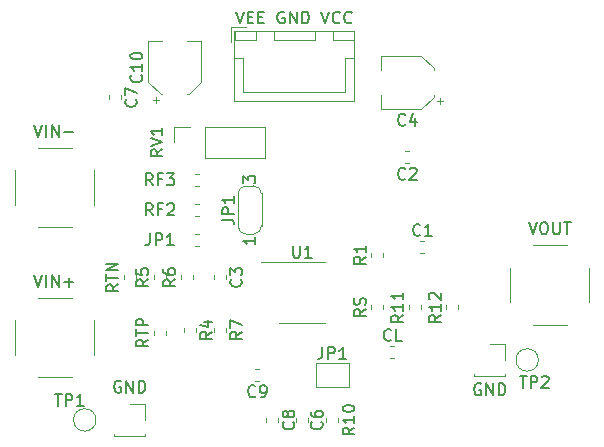
<source format=gbr>
G04 #@! TF.GenerationSoftware,KiCad,Pcbnew,(5.1.2)-2*
G04 #@! TF.CreationDate,2019-07-08T11:26:54+08:00*
G04 #@! TF.ProjectId,eval-board-ADA4817-1,6576616c-2d62-46f6-9172-642d41444134,rev?*
G04 #@! TF.SameCoordinates,Original*
G04 #@! TF.FileFunction,Legend,Top*
G04 #@! TF.FilePolarity,Positive*
%FSLAX46Y46*%
G04 Gerber Fmt 4.6, Leading zero omitted, Abs format (unit mm)*
G04 Created by KiCad (PCBNEW (5.1.2)-2) date 2019-07-08 11:26:54*
%MOMM*%
%LPD*%
G04 APERTURE LIST*
%ADD10C,0.120000*%
%ADD11C,0.150000*%
G04 APERTURE END LIST*
D10*
X146050000Y-125750000D02*
X148000000Y-125750000D01*
X146050000Y-125750000D02*
X144100000Y-125750000D01*
X146050000Y-120630000D02*
X148000000Y-120630000D01*
X146050000Y-120630000D02*
X142600000Y-120630000D01*
X130935000Y-122091267D02*
X130935000Y-121748733D01*
X131955000Y-122091267D02*
X131955000Y-121748733D01*
X131445000Y-132655000D02*
X132775000Y-132655000D01*
X132775000Y-132655000D02*
X132775000Y-133985000D01*
X132775000Y-135195000D02*
X132775000Y-135315000D01*
X130115000Y-135195000D02*
X130115000Y-135315000D01*
X130115000Y-135315000D02*
X132775000Y-135315000D01*
X161925000Y-127575000D02*
X163255000Y-127575000D01*
X163255000Y-127575000D02*
X163255000Y-128905000D01*
X163255000Y-130115000D02*
X163255000Y-130235000D01*
X160595000Y-130115000D02*
X160595000Y-130235000D01*
X160595000Y-130235000D02*
X163255000Y-130235000D01*
X166050000Y-128905000D02*
G75*
G03X166050000Y-128905000I-950000J0D01*
G01*
X128585000Y-133985000D02*
G75*
G03X128585000Y-133985000I-950000J0D01*
G01*
X140315000Y-101045000D02*
X140315000Y-107015000D01*
X140315000Y-107015000D02*
X150435000Y-107015000D01*
X150435000Y-107015000D02*
X150435000Y-101045000D01*
X150435000Y-101045000D02*
X140315000Y-101045000D01*
X143625000Y-101055000D02*
X143625000Y-101805000D01*
X143625000Y-101805000D02*
X147125000Y-101805000D01*
X147125000Y-101805000D02*
X147125000Y-101055000D01*
X147125000Y-101055000D02*
X143625000Y-101055000D01*
X140325000Y-101055000D02*
X140325000Y-101805000D01*
X140325000Y-101805000D02*
X142125000Y-101805000D01*
X142125000Y-101805000D02*
X142125000Y-101055000D01*
X142125000Y-101055000D02*
X140325000Y-101055000D01*
X148625000Y-101055000D02*
X148625000Y-101805000D01*
X148625000Y-101805000D02*
X150425000Y-101805000D01*
X150425000Y-101805000D02*
X150425000Y-101055000D01*
X150425000Y-101055000D02*
X148625000Y-101055000D01*
X140325000Y-103305000D02*
X141075000Y-103305000D01*
X141075000Y-103305000D02*
X141075000Y-106255000D01*
X141075000Y-106255000D02*
X145375000Y-106255000D01*
X150425000Y-103305000D02*
X149675000Y-103305000D01*
X149675000Y-103305000D02*
X149675000Y-106255000D01*
X149675000Y-106255000D02*
X145375000Y-106255000D01*
X141275000Y-100755000D02*
X140025000Y-100755000D01*
X140025000Y-100755000D02*
X140025000Y-102005000D01*
X147190000Y-129175000D02*
X149990000Y-129175000D01*
X149990000Y-129175000D02*
X149990000Y-131175000D01*
X149990000Y-131175000D02*
X147190000Y-131175000D01*
X147190000Y-131175000D02*
X147190000Y-129175000D01*
X156038733Y-118870000D02*
X156381267Y-118870000D01*
X156038733Y-119890000D02*
X156381267Y-119890000D01*
X155111267Y-111250000D02*
X154768733Y-111250000D01*
X155111267Y-112270000D02*
X154768733Y-112270000D01*
X138555000Y-121748733D02*
X138555000Y-122091267D01*
X139575000Y-121748733D02*
X139575000Y-122091267D01*
X157690000Y-107220000D02*
X157690000Y-106720000D01*
X157940000Y-106970000D02*
X157440000Y-106970000D01*
X157200000Y-104214437D02*
X156135563Y-103150000D01*
X157200000Y-106605563D02*
X156135563Y-107670000D01*
X157200000Y-106605563D02*
X157200000Y-106470000D01*
X157200000Y-104214437D02*
X157200000Y-104350000D01*
X156135563Y-103150000D02*
X152680000Y-103150000D01*
X156135563Y-107670000D02*
X152680000Y-107670000D01*
X152680000Y-107670000D02*
X152680000Y-106470000D01*
X152680000Y-103150000D02*
X152680000Y-104350000D01*
X153498733Y-127760000D02*
X153841267Y-127760000D01*
X153498733Y-128780000D02*
X153841267Y-128780000D01*
X146560000Y-134156267D02*
X146560000Y-133813733D01*
X145540000Y-134156267D02*
X145540000Y-133813733D01*
X130685000Y-106508733D02*
X130685000Y-106851267D01*
X129665000Y-106508733D02*
X129665000Y-106851267D01*
X144020000Y-133813733D02*
X144020000Y-134156267D01*
X143000000Y-133813733D02*
X143000000Y-134156267D01*
X142411267Y-129665000D02*
X142068733Y-129665000D01*
X142411267Y-130685000D02*
X142068733Y-130685000D01*
X137515000Y-101880000D02*
X136315000Y-101880000D01*
X132995000Y-101880000D02*
X134195000Y-101880000D01*
X132995000Y-105335563D02*
X132995000Y-101880000D01*
X137515000Y-105335563D02*
X137515000Y-101880000D01*
X136450563Y-106400000D02*
X136315000Y-106400000D01*
X134059437Y-106400000D02*
X134195000Y-106400000D01*
X134059437Y-106400000D02*
X132995000Y-105335563D01*
X136450563Y-106400000D02*
X137515000Y-105335563D01*
X133695000Y-107140000D02*
X133695000Y-106640000D01*
X133445000Y-106890000D02*
X133945000Y-106890000D01*
X121740000Y-112850000D02*
X121740000Y-115750000D01*
X128450000Y-112850000D02*
X128450000Y-115750000D01*
X123645000Y-117655000D02*
X126545000Y-117655000D01*
X123645000Y-110945000D02*
X126545000Y-110945000D01*
X121740000Y-125550000D02*
X121740000Y-128450000D01*
X128450000Y-125550000D02*
X128450000Y-128450000D01*
X123645000Y-130355000D02*
X126545000Y-130355000D01*
X123645000Y-123645000D02*
X126545000Y-123645000D01*
X165555000Y-119200000D02*
X168455000Y-119200000D01*
X165555000Y-125910000D02*
X168455000Y-125910000D01*
X170360000Y-121105000D02*
X170360000Y-124005000D01*
X163650000Y-121105000D02*
X163650000Y-124005000D01*
X141905000Y-118255000D02*
X141305000Y-118255000D01*
X142605000Y-114805000D02*
X142605000Y-117605000D01*
X141305000Y-114155000D02*
X141905000Y-114155000D01*
X140605000Y-117605000D02*
X140605000Y-114805000D01*
X140605000Y-114855000D02*
G75*
G02X141305000Y-114155000I700000J0D01*
G01*
X141905000Y-114155000D02*
G75*
G02X142605000Y-114855000I0J-700000D01*
G01*
X142605000Y-117555000D02*
G75*
G02X141905000Y-118255000I-700000J0D01*
G01*
X141305000Y-118255000D02*
G75*
G02X140605000Y-117555000I0J700000D01*
G01*
X152910000Y-120186267D02*
X152910000Y-119843733D01*
X151890000Y-120186267D02*
X151890000Y-119843733D01*
X134495000Y-126776267D02*
X134495000Y-126433733D01*
X133475000Y-126776267D02*
X133475000Y-126433733D01*
X137035000Y-126193733D02*
X137035000Y-126536267D01*
X136015000Y-126193733D02*
X136015000Y-126536267D01*
X133475000Y-122091267D02*
X133475000Y-121748733D01*
X134495000Y-122091267D02*
X134495000Y-121748733D01*
X136781000Y-122091267D02*
X136781000Y-121748733D01*
X135761000Y-122091267D02*
X135761000Y-121748733D01*
X139575000Y-126193733D02*
X139575000Y-126536267D01*
X138555000Y-126193733D02*
X138555000Y-126536267D01*
X151890000Y-124631267D02*
X151890000Y-124288733D01*
X152910000Y-124631267D02*
X152910000Y-124288733D01*
X148080000Y-133813733D02*
X148080000Y-134156267D01*
X149100000Y-133813733D02*
X149100000Y-134156267D01*
X156085000Y-124631267D02*
X156085000Y-124288733D01*
X155065000Y-124631267D02*
X155065000Y-124288733D01*
X158240000Y-124631267D02*
X158240000Y-124288733D01*
X159260000Y-124631267D02*
X159260000Y-124288733D01*
X136988733Y-119255000D02*
X137331267Y-119255000D01*
X136988733Y-118235000D02*
X137331267Y-118235000D01*
X136988733Y-115695000D02*
X137331267Y-115695000D01*
X136988733Y-116715000D02*
X137331267Y-116715000D01*
X137331267Y-113155000D02*
X136988733Y-113155000D01*
X137331267Y-114175000D02*
X136988733Y-114175000D01*
X137795000Y-111820000D02*
X137795000Y-109160000D01*
X137795000Y-111820000D02*
X142935000Y-111820000D01*
X142935000Y-111820000D02*
X142935000Y-109160000D01*
X137795000Y-109160000D02*
X142935000Y-109160000D01*
X135195000Y-109160000D02*
X136525000Y-109160000D01*
X135195000Y-110490000D02*
X135195000Y-109160000D01*
D11*
X145288095Y-119242380D02*
X145288095Y-120051904D01*
X145335714Y-120147142D01*
X145383333Y-120194761D01*
X145478571Y-120242380D01*
X145669047Y-120242380D01*
X145764285Y-120194761D01*
X145811904Y-120147142D01*
X145859523Y-120051904D01*
X145859523Y-119242380D01*
X146859523Y-120242380D02*
X146288095Y-120242380D01*
X146573809Y-120242380D02*
X146573809Y-119242380D01*
X146478571Y-119385238D01*
X146383333Y-119480476D01*
X146288095Y-119528095D01*
X130467380Y-122515238D02*
X129991190Y-122848571D01*
X130467380Y-123086666D02*
X129467380Y-123086666D01*
X129467380Y-122705714D01*
X129515000Y-122610476D01*
X129562619Y-122562857D01*
X129657857Y-122515238D01*
X129800714Y-122515238D01*
X129895952Y-122562857D01*
X129943571Y-122610476D01*
X129991190Y-122705714D01*
X129991190Y-123086666D01*
X129467380Y-122229523D02*
X129467380Y-121658095D01*
X130467380Y-121943809D02*
X129467380Y-121943809D01*
X130467380Y-121324761D02*
X129467380Y-121324761D01*
X130467380Y-120753333D01*
X129467380Y-120753333D01*
X130683095Y-130715000D02*
X130587857Y-130667380D01*
X130445000Y-130667380D01*
X130302142Y-130715000D01*
X130206904Y-130810238D01*
X130159285Y-130905476D01*
X130111666Y-131095952D01*
X130111666Y-131238809D01*
X130159285Y-131429285D01*
X130206904Y-131524523D01*
X130302142Y-131619761D01*
X130445000Y-131667380D01*
X130540238Y-131667380D01*
X130683095Y-131619761D01*
X130730714Y-131572142D01*
X130730714Y-131238809D01*
X130540238Y-131238809D01*
X131159285Y-131667380D02*
X131159285Y-130667380D01*
X131730714Y-131667380D01*
X131730714Y-130667380D01*
X132206904Y-131667380D02*
X132206904Y-130667380D01*
X132445000Y-130667380D01*
X132587857Y-130715000D01*
X132683095Y-130810238D01*
X132730714Y-130905476D01*
X132778333Y-131095952D01*
X132778333Y-131238809D01*
X132730714Y-131429285D01*
X132683095Y-131524523D01*
X132587857Y-131619761D01*
X132445000Y-131667380D01*
X132206904Y-131667380D01*
X161163095Y-130945000D02*
X161067857Y-130897380D01*
X160925000Y-130897380D01*
X160782142Y-130945000D01*
X160686904Y-131040238D01*
X160639285Y-131135476D01*
X160591666Y-131325952D01*
X160591666Y-131468809D01*
X160639285Y-131659285D01*
X160686904Y-131754523D01*
X160782142Y-131849761D01*
X160925000Y-131897380D01*
X161020238Y-131897380D01*
X161163095Y-131849761D01*
X161210714Y-131802142D01*
X161210714Y-131468809D01*
X161020238Y-131468809D01*
X161639285Y-131897380D02*
X161639285Y-130897380D01*
X162210714Y-131897380D01*
X162210714Y-130897380D01*
X162686904Y-131897380D02*
X162686904Y-130897380D01*
X162925000Y-130897380D01*
X163067857Y-130945000D01*
X163163095Y-131040238D01*
X163210714Y-131135476D01*
X163258333Y-131325952D01*
X163258333Y-131468809D01*
X163210714Y-131659285D01*
X163163095Y-131754523D01*
X163067857Y-131849761D01*
X162925000Y-131897380D01*
X162686904Y-131897380D01*
X164473095Y-130262380D02*
X165044523Y-130262380D01*
X164758809Y-131262380D02*
X164758809Y-130262380D01*
X165377857Y-131262380D02*
X165377857Y-130262380D01*
X165758809Y-130262380D01*
X165854047Y-130310000D01*
X165901666Y-130357619D01*
X165949285Y-130452857D01*
X165949285Y-130595714D01*
X165901666Y-130690952D01*
X165854047Y-130738571D01*
X165758809Y-130786190D01*
X165377857Y-130786190D01*
X166330238Y-130357619D02*
X166377857Y-130310000D01*
X166473095Y-130262380D01*
X166711190Y-130262380D01*
X166806428Y-130310000D01*
X166854047Y-130357619D01*
X166901666Y-130452857D01*
X166901666Y-130548095D01*
X166854047Y-130690952D01*
X166282619Y-131262380D01*
X166901666Y-131262380D01*
X125103095Y-131789380D02*
X125674523Y-131789380D01*
X125388809Y-132789380D02*
X125388809Y-131789380D01*
X126007857Y-132789380D02*
X126007857Y-131789380D01*
X126388809Y-131789380D01*
X126484047Y-131837000D01*
X126531666Y-131884619D01*
X126579285Y-131979857D01*
X126579285Y-132122714D01*
X126531666Y-132217952D01*
X126484047Y-132265571D01*
X126388809Y-132313190D01*
X126007857Y-132313190D01*
X127531666Y-132789380D02*
X126960238Y-132789380D01*
X127245952Y-132789380D02*
X127245952Y-131789380D01*
X127150714Y-131932238D01*
X127055476Y-132027476D01*
X126960238Y-132075095D01*
X140422619Y-99407380D02*
X140755952Y-100407380D01*
X141089285Y-99407380D01*
X141422619Y-99883571D02*
X141755952Y-99883571D01*
X141898809Y-100407380D02*
X141422619Y-100407380D01*
X141422619Y-99407380D01*
X141898809Y-99407380D01*
X142327380Y-99883571D02*
X142660714Y-99883571D01*
X142803571Y-100407380D02*
X142327380Y-100407380D01*
X142327380Y-99407380D01*
X142803571Y-99407380D01*
X144517857Y-99455000D02*
X144422619Y-99407380D01*
X144279761Y-99407380D01*
X144136904Y-99455000D01*
X144041666Y-99550238D01*
X143994047Y-99645476D01*
X143946428Y-99835952D01*
X143946428Y-99978809D01*
X143994047Y-100169285D01*
X144041666Y-100264523D01*
X144136904Y-100359761D01*
X144279761Y-100407380D01*
X144375000Y-100407380D01*
X144517857Y-100359761D01*
X144565476Y-100312142D01*
X144565476Y-99978809D01*
X144375000Y-99978809D01*
X144994047Y-100407380D02*
X144994047Y-99407380D01*
X145565476Y-100407380D01*
X145565476Y-99407380D01*
X146041666Y-100407380D02*
X146041666Y-99407380D01*
X146279761Y-99407380D01*
X146422619Y-99455000D01*
X146517857Y-99550238D01*
X146565476Y-99645476D01*
X146613095Y-99835952D01*
X146613095Y-99978809D01*
X146565476Y-100169285D01*
X146517857Y-100264523D01*
X146422619Y-100359761D01*
X146279761Y-100407380D01*
X146041666Y-100407380D01*
X147660714Y-99407380D02*
X147994047Y-100407380D01*
X148327380Y-99407380D01*
X149232142Y-100312142D02*
X149184523Y-100359761D01*
X149041666Y-100407380D01*
X148946428Y-100407380D01*
X148803571Y-100359761D01*
X148708333Y-100264523D01*
X148660714Y-100169285D01*
X148613095Y-99978809D01*
X148613095Y-99835952D01*
X148660714Y-99645476D01*
X148708333Y-99550238D01*
X148803571Y-99455000D01*
X148946428Y-99407380D01*
X149041666Y-99407380D01*
X149184523Y-99455000D01*
X149232142Y-99502619D01*
X150232142Y-100312142D02*
X150184523Y-100359761D01*
X150041666Y-100407380D01*
X149946428Y-100407380D01*
X149803571Y-100359761D01*
X149708333Y-100264523D01*
X149660714Y-100169285D01*
X149613095Y-99978809D01*
X149613095Y-99835952D01*
X149660714Y-99645476D01*
X149708333Y-99550238D01*
X149803571Y-99455000D01*
X149946428Y-99407380D01*
X150041666Y-99407380D01*
X150184523Y-99455000D01*
X150232142Y-99502619D01*
X147756666Y-127827380D02*
X147756666Y-128541666D01*
X147709047Y-128684523D01*
X147613809Y-128779761D01*
X147470952Y-128827380D01*
X147375714Y-128827380D01*
X148232857Y-128827380D02*
X148232857Y-127827380D01*
X148613809Y-127827380D01*
X148709047Y-127875000D01*
X148756666Y-127922619D01*
X148804285Y-128017857D01*
X148804285Y-128160714D01*
X148756666Y-128255952D01*
X148709047Y-128303571D01*
X148613809Y-128351190D01*
X148232857Y-128351190D01*
X149756666Y-128827380D02*
X149185238Y-128827380D01*
X149470952Y-128827380D02*
X149470952Y-127827380D01*
X149375714Y-127970238D01*
X149280476Y-128065476D01*
X149185238Y-128113095D01*
X156043333Y-118307142D02*
X155995714Y-118354761D01*
X155852857Y-118402380D01*
X155757619Y-118402380D01*
X155614761Y-118354761D01*
X155519523Y-118259523D01*
X155471904Y-118164285D01*
X155424285Y-117973809D01*
X155424285Y-117830952D01*
X155471904Y-117640476D01*
X155519523Y-117545238D01*
X155614761Y-117450000D01*
X155757619Y-117402380D01*
X155852857Y-117402380D01*
X155995714Y-117450000D01*
X156043333Y-117497619D01*
X156995714Y-118402380D02*
X156424285Y-118402380D01*
X156710000Y-118402380D02*
X156710000Y-117402380D01*
X156614761Y-117545238D01*
X156519523Y-117640476D01*
X156424285Y-117688095D01*
X154773333Y-113547142D02*
X154725714Y-113594761D01*
X154582857Y-113642380D01*
X154487619Y-113642380D01*
X154344761Y-113594761D01*
X154249523Y-113499523D01*
X154201904Y-113404285D01*
X154154285Y-113213809D01*
X154154285Y-113070952D01*
X154201904Y-112880476D01*
X154249523Y-112785238D01*
X154344761Y-112690000D01*
X154487619Y-112642380D01*
X154582857Y-112642380D01*
X154725714Y-112690000D01*
X154773333Y-112737619D01*
X155154285Y-112737619D02*
X155201904Y-112690000D01*
X155297142Y-112642380D01*
X155535238Y-112642380D01*
X155630476Y-112690000D01*
X155678095Y-112737619D01*
X155725714Y-112832857D01*
X155725714Y-112928095D01*
X155678095Y-113070952D01*
X155106666Y-113642380D01*
X155725714Y-113642380D01*
X140852142Y-122086666D02*
X140899761Y-122134285D01*
X140947380Y-122277142D01*
X140947380Y-122372380D01*
X140899761Y-122515238D01*
X140804523Y-122610476D01*
X140709285Y-122658095D01*
X140518809Y-122705714D01*
X140375952Y-122705714D01*
X140185476Y-122658095D01*
X140090238Y-122610476D01*
X139995000Y-122515238D01*
X139947380Y-122372380D01*
X139947380Y-122277142D01*
X139995000Y-122134285D01*
X140042619Y-122086666D01*
X139947380Y-121753333D02*
X139947380Y-121134285D01*
X140328333Y-121467619D01*
X140328333Y-121324761D01*
X140375952Y-121229523D01*
X140423571Y-121181904D01*
X140518809Y-121134285D01*
X140756904Y-121134285D01*
X140852142Y-121181904D01*
X140899761Y-121229523D01*
X140947380Y-121324761D01*
X140947380Y-121610476D01*
X140899761Y-121705714D01*
X140852142Y-121753333D01*
X154773333Y-108967142D02*
X154725714Y-109014761D01*
X154582857Y-109062380D01*
X154487619Y-109062380D01*
X154344761Y-109014761D01*
X154249523Y-108919523D01*
X154201904Y-108824285D01*
X154154285Y-108633809D01*
X154154285Y-108490952D01*
X154201904Y-108300476D01*
X154249523Y-108205238D01*
X154344761Y-108110000D01*
X154487619Y-108062380D01*
X154582857Y-108062380D01*
X154725714Y-108110000D01*
X154773333Y-108157619D01*
X155630476Y-108395714D02*
X155630476Y-109062380D01*
X155392380Y-108014761D02*
X155154285Y-108729047D01*
X155773333Y-108729047D01*
X153574761Y-127197142D02*
X153527142Y-127244761D01*
X153384285Y-127292380D01*
X153289047Y-127292380D01*
X153146190Y-127244761D01*
X153050952Y-127149523D01*
X153003333Y-127054285D01*
X152955714Y-126863809D01*
X152955714Y-126720952D01*
X153003333Y-126530476D01*
X153050952Y-126435238D01*
X153146190Y-126340000D01*
X153289047Y-126292380D01*
X153384285Y-126292380D01*
X153527142Y-126340000D01*
X153574761Y-126387619D01*
X154479523Y-127292380D02*
X154003333Y-127292380D01*
X154003333Y-126292380D01*
X147677142Y-134151666D02*
X147724761Y-134199285D01*
X147772380Y-134342142D01*
X147772380Y-134437380D01*
X147724761Y-134580238D01*
X147629523Y-134675476D01*
X147534285Y-134723095D01*
X147343809Y-134770714D01*
X147200952Y-134770714D01*
X147010476Y-134723095D01*
X146915238Y-134675476D01*
X146820000Y-134580238D01*
X146772380Y-134437380D01*
X146772380Y-134342142D01*
X146820000Y-134199285D01*
X146867619Y-134151666D01*
X146772380Y-133294523D02*
X146772380Y-133485000D01*
X146820000Y-133580238D01*
X146867619Y-133627857D01*
X147010476Y-133723095D01*
X147200952Y-133770714D01*
X147581904Y-133770714D01*
X147677142Y-133723095D01*
X147724761Y-133675476D01*
X147772380Y-133580238D01*
X147772380Y-133389761D01*
X147724761Y-133294523D01*
X147677142Y-133246904D01*
X147581904Y-133199285D01*
X147343809Y-133199285D01*
X147248571Y-133246904D01*
X147200952Y-133294523D01*
X147153333Y-133389761D01*
X147153333Y-133580238D01*
X147200952Y-133675476D01*
X147248571Y-133723095D01*
X147343809Y-133770714D01*
X131962142Y-106846666D02*
X132009761Y-106894285D01*
X132057380Y-107037142D01*
X132057380Y-107132380D01*
X132009761Y-107275238D01*
X131914523Y-107370476D01*
X131819285Y-107418095D01*
X131628809Y-107465714D01*
X131485952Y-107465714D01*
X131295476Y-107418095D01*
X131200238Y-107370476D01*
X131105000Y-107275238D01*
X131057380Y-107132380D01*
X131057380Y-107037142D01*
X131105000Y-106894285D01*
X131152619Y-106846666D01*
X131057380Y-106513333D02*
X131057380Y-105846666D01*
X132057380Y-106275238D01*
X145297142Y-134151666D02*
X145344761Y-134199285D01*
X145392380Y-134342142D01*
X145392380Y-134437380D01*
X145344761Y-134580238D01*
X145249523Y-134675476D01*
X145154285Y-134723095D01*
X144963809Y-134770714D01*
X144820952Y-134770714D01*
X144630476Y-134723095D01*
X144535238Y-134675476D01*
X144440000Y-134580238D01*
X144392380Y-134437380D01*
X144392380Y-134342142D01*
X144440000Y-134199285D01*
X144487619Y-134151666D01*
X144820952Y-133580238D02*
X144773333Y-133675476D01*
X144725714Y-133723095D01*
X144630476Y-133770714D01*
X144582857Y-133770714D01*
X144487619Y-133723095D01*
X144440000Y-133675476D01*
X144392380Y-133580238D01*
X144392380Y-133389761D01*
X144440000Y-133294523D01*
X144487619Y-133246904D01*
X144582857Y-133199285D01*
X144630476Y-133199285D01*
X144725714Y-133246904D01*
X144773333Y-133294523D01*
X144820952Y-133389761D01*
X144820952Y-133580238D01*
X144868571Y-133675476D01*
X144916190Y-133723095D01*
X145011428Y-133770714D01*
X145201904Y-133770714D01*
X145297142Y-133723095D01*
X145344761Y-133675476D01*
X145392380Y-133580238D01*
X145392380Y-133389761D01*
X145344761Y-133294523D01*
X145297142Y-133246904D01*
X145201904Y-133199285D01*
X145011428Y-133199285D01*
X144916190Y-133246904D01*
X144868571Y-133294523D01*
X144820952Y-133389761D01*
X142073333Y-131962142D02*
X142025714Y-132009761D01*
X141882857Y-132057380D01*
X141787619Y-132057380D01*
X141644761Y-132009761D01*
X141549523Y-131914523D01*
X141501904Y-131819285D01*
X141454285Y-131628809D01*
X141454285Y-131485952D01*
X141501904Y-131295476D01*
X141549523Y-131200238D01*
X141644761Y-131105000D01*
X141787619Y-131057380D01*
X141882857Y-131057380D01*
X142025714Y-131105000D01*
X142073333Y-131152619D01*
X142549523Y-132057380D02*
X142740000Y-132057380D01*
X142835238Y-132009761D01*
X142882857Y-131962142D01*
X142978095Y-131819285D01*
X143025714Y-131628809D01*
X143025714Y-131247857D01*
X142978095Y-131152619D01*
X142930476Y-131105000D01*
X142835238Y-131057380D01*
X142644761Y-131057380D01*
X142549523Y-131105000D01*
X142501904Y-131152619D01*
X142454285Y-131247857D01*
X142454285Y-131485952D01*
X142501904Y-131581190D01*
X142549523Y-131628809D01*
X142644761Y-131676428D01*
X142835238Y-131676428D01*
X142930476Y-131628809D01*
X142978095Y-131581190D01*
X143025714Y-131485952D01*
X132412142Y-104782857D02*
X132459761Y-104830476D01*
X132507380Y-104973333D01*
X132507380Y-105068571D01*
X132459761Y-105211428D01*
X132364523Y-105306666D01*
X132269285Y-105354285D01*
X132078809Y-105401904D01*
X131935952Y-105401904D01*
X131745476Y-105354285D01*
X131650238Y-105306666D01*
X131555000Y-105211428D01*
X131507380Y-105068571D01*
X131507380Y-104973333D01*
X131555000Y-104830476D01*
X131602619Y-104782857D01*
X132507380Y-103830476D02*
X132507380Y-104401904D01*
X132507380Y-104116190D02*
X131507380Y-104116190D01*
X131650238Y-104211428D01*
X131745476Y-104306666D01*
X131793095Y-104401904D01*
X131507380Y-103211428D02*
X131507380Y-103116190D01*
X131555000Y-103020952D01*
X131602619Y-102973333D01*
X131697857Y-102925714D01*
X131888333Y-102878095D01*
X132126428Y-102878095D01*
X132316904Y-102925714D01*
X132412142Y-102973333D01*
X132459761Y-103020952D01*
X132507380Y-103116190D01*
X132507380Y-103211428D01*
X132459761Y-103306666D01*
X132412142Y-103354285D01*
X132316904Y-103401904D01*
X132126428Y-103449523D01*
X131888333Y-103449523D01*
X131697857Y-103401904D01*
X131602619Y-103354285D01*
X131555000Y-103306666D01*
X131507380Y-103211428D01*
X123380714Y-109002380D02*
X123714047Y-110002380D01*
X124047380Y-109002380D01*
X124380714Y-110002380D02*
X124380714Y-109002380D01*
X124856904Y-110002380D02*
X124856904Y-109002380D01*
X125428333Y-110002380D01*
X125428333Y-109002380D01*
X125904523Y-109621428D02*
X126666428Y-109621428D01*
X123380714Y-121702380D02*
X123714047Y-122702380D01*
X124047380Y-121702380D01*
X124380714Y-122702380D02*
X124380714Y-121702380D01*
X124856904Y-122702380D02*
X124856904Y-121702380D01*
X125428333Y-122702380D01*
X125428333Y-121702380D01*
X125904523Y-122321428D02*
X126666428Y-122321428D01*
X126285476Y-122702380D02*
X126285476Y-121940476D01*
X165243095Y-117257380D02*
X165576428Y-118257380D01*
X165909761Y-117257380D01*
X166433571Y-117257380D02*
X166624047Y-117257380D01*
X166719285Y-117305000D01*
X166814523Y-117400238D01*
X166862142Y-117590714D01*
X166862142Y-117924047D01*
X166814523Y-118114523D01*
X166719285Y-118209761D01*
X166624047Y-118257380D01*
X166433571Y-118257380D01*
X166338333Y-118209761D01*
X166243095Y-118114523D01*
X166195476Y-117924047D01*
X166195476Y-117590714D01*
X166243095Y-117400238D01*
X166338333Y-117305000D01*
X166433571Y-117257380D01*
X167290714Y-117257380D02*
X167290714Y-118066904D01*
X167338333Y-118162142D01*
X167385952Y-118209761D01*
X167481190Y-118257380D01*
X167671666Y-118257380D01*
X167766904Y-118209761D01*
X167814523Y-118162142D01*
X167862142Y-118066904D01*
X167862142Y-117257380D01*
X168195476Y-117257380D02*
X168766904Y-117257380D01*
X168481190Y-118257380D02*
X168481190Y-117257380D01*
X139257380Y-117038333D02*
X139971666Y-117038333D01*
X140114523Y-117085952D01*
X140209761Y-117181190D01*
X140257380Y-117324047D01*
X140257380Y-117419285D01*
X140257380Y-116562142D02*
X139257380Y-116562142D01*
X139257380Y-116181190D01*
X139305000Y-116085952D01*
X139352619Y-116038333D01*
X139447857Y-115990714D01*
X139590714Y-115990714D01*
X139685952Y-116038333D01*
X139733571Y-116085952D01*
X139781190Y-116181190D01*
X139781190Y-116562142D01*
X140257380Y-115038333D02*
X140257380Y-115609761D01*
X140257380Y-115324047D02*
X139257380Y-115324047D01*
X139400238Y-115419285D01*
X139495476Y-115514523D01*
X139543095Y-115609761D01*
X141057380Y-113938333D02*
X141057380Y-113319285D01*
X141438333Y-113652619D01*
X141438333Y-113509761D01*
X141485952Y-113414523D01*
X141533571Y-113366904D01*
X141628809Y-113319285D01*
X141866904Y-113319285D01*
X141962142Y-113366904D01*
X142009761Y-113414523D01*
X142057380Y-113509761D01*
X142057380Y-113795476D01*
X142009761Y-113890714D01*
X141962142Y-113938333D01*
X142057380Y-118519285D02*
X142057380Y-119090714D01*
X142057380Y-118805000D02*
X141057380Y-118805000D01*
X141200238Y-118900238D01*
X141295476Y-118995476D01*
X141343095Y-119090714D01*
X151422380Y-120181666D02*
X150946190Y-120515000D01*
X151422380Y-120753095D02*
X150422380Y-120753095D01*
X150422380Y-120372142D01*
X150470000Y-120276904D01*
X150517619Y-120229285D01*
X150612857Y-120181666D01*
X150755714Y-120181666D01*
X150850952Y-120229285D01*
X150898571Y-120276904D01*
X150946190Y-120372142D01*
X150946190Y-120753095D01*
X151422380Y-119229285D02*
X151422380Y-119800714D01*
X151422380Y-119515000D02*
X150422380Y-119515000D01*
X150565238Y-119610238D01*
X150660476Y-119705476D01*
X150708095Y-119800714D01*
X133007380Y-127176428D02*
X132531190Y-127509761D01*
X133007380Y-127747857D02*
X132007380Y-127747857D01*
X132007380Y-127366904D01*
X132055000Y-127271666D01*
X132102619Y-127224047D01*
X132197857Y-127176428D01*
X132340714Y-127176428D01*
X132435952Y-127224047D01*
X132483571Y-127271666D01*
X132531190Y-127366904D01*
X132531190Y-127747857D01*
X132007380Y-126890714D02*
X132007380Y-126319285D01*
X133007380Y-126605000D02*
X132007380Y-126605000D01*
X133007380Y-125985952D02*
X132007380Y-125985952D01*
X132007380Y-125605000D01*
X132055000Y-125509761D01*
X132102619Y-125462142D01*
X132197857Y-125414523D01*
X132340714Y-125414523D01*
X132435952Y-125462142D01*
X132483571Y-125509761D01*
X132531190Y-125605000D01*
X132531190Y-125985952D01*
X138407380Y-126531666D02*
X137931190Y-126865000D01*
X138407380Y-127103095D02*
X137407380Y-127103095D01*
X137407380Y-126722142D01*
X137455000Y-126626904D01*
X137502619Y-126579285D01*
X137597857Y-126531666D01*
X137740714Y-126531666D01*
X137835952Y-126579285D01*
X137883571Y-126626904D01*
X137931190Y-126722142D01*
X137931190Y-127103095D01*
X137740714Y-125674523D02*
X138407380Y-125674523D01*
X137359761Y-125912619D02*
X138074047Y-126150714D01*
X138074047Y-125531666D01*
X133007380Y-122086666D02*
X132531190Y-122420000D01*
X133007380Y-122658095D02*
X132007380Y-122658095D01*
X132007380Y-122277142D01*
X132055000Y-122181904D01*
X132102619Y-122134285D01*
X132197857Y-122086666D01*
X132340714Y-122086666D01*
X132435952Y-122134285D01*
X132483571Y-122181904D01*
X132531190Y-122277142D01*
X132531190Y-122658095D01*
X132007380Y-121181904D02*
X132007380Y-121658095D01*
X132483571Y-121705714D01*
X132435952Y-121658095D01*
X132388333Y-121562857D01*
X132388333Y-121324761D01*
X132435952Y-121229523D01*
X132483571Y-121181904D01*
X132578809Y-121134285D01*
X132816904Y-121134285D01*
X132912142Y-121181904D01*
X132959761Y-121229523D01*
X133007380Y-121324761D01*
X133007380Y-121562857D01*
X132959761Y-121658095D01*
X132912142Y-121705714D01*
X135293380Y-122086666D02*
X134817190Y-122420000D01*
X135293380Y-122658095D02*
X134293380Y-122658095D01*
X134293380Y-122277142D01*
X134341000Y-122181904D01*
X134388619Y-122134285D01*
X134483857Y-122086666D01*
X134626714Y-122086666D01*
X134721952Y-122134285D01*
X134769571Y-122181904D01*
X134817190Y-122277142D01*
X134817190Y-122658095D01*
X134293380Y-121229523D02*
X134293380Y-121420000D01*
X134341000Y-121515238D01*
X134388619Y-121562857D01*
X134531476Y-121658095D01*
X134721952Y-121705714D01*
X135102904Y-121705714D01*
X135198142Y-121658095D01*
X135245761Y-121610476D01*
X135293380Y-121515238D01*
X135293380Y-121324761D01*
X135245761Y-121229523D01*
X135198142Y-121181904D01*
X135102904Y-121134285D01*
X134864809Y-121134285D01*
X134769571Y-121181904D01*
X134721952Y-121229523D01*
X134674333Y-121324761D01*
X134674333Y-121515238D01*
X134721952Y-121610476D01*
X134769571Y-121658095D01*
X134864809Y-121705714D01*
X140947380Y-126531666D02*
X140471190Y-126865000D01*
X140947380Y-127103095D02*
X139947380Y-127103095D01*
X139947380Y-126722142D01*
X139995000Y-126626904D01*
X140042619Y-126579285D01*
X140137857Y-126531666D01*
X140280714Y-126531666D01*
X140375952Y-126579285D01*
X140423571Y-126626904D01*
X140471190Y-126722142D01*
X140471190Y-127103095D01*
X139947380Y-126198333D02*
X139947380Y-125531666D01*
X140947380Y-125960238D01*
X151422380Y-124626666D02*
X150946190Y-124960000D01*
X151422380Y-125198095D02*
X150422380Y-125198095D01*
X150422380Y-124817142D01*
X150470000Y-124721904D01*
X150517619Y-124674285D01*
X150612857Y-124626666D01*
X150755714Y-124626666D01*
X150850952Y-124674285D01*
X150898571Y-124721904D01*
X150946190Y-124817142D01*
X150946190Y-125198095D01*
X151374761Y-124245714D02*
X151422380Y-124102857D01*
X151422380Y-123864761D01*
X151374761Y-123769523D01*
X151327142Y-123721904D01*
X151231904Y-123674285D01*
X151136666Y-123674285D01*
X151041428Y-123721904D01*
X150993809Y-123769523D01*
X150946190Y-123864761D01*
X150898571Y-124055238D01*
X150850952Y-124150476D01*
X150803333Y-124198095D01*
X150708095Y-124245714D01*
X150612857Y-124245714D01*
X150517619Y-124198095D01*
X150470000Y-124150476D01*
X150422380Y-124055238D01*
X150422380Y-123817142D01*
X150470000Y-123674285D01*
X150472380Y-134627857D02*
X149996190Y-134961190D01*
X150472380Y-135199285D02*
X149472380Y-135199285D01*
X149472380Y-134818333D01*
X149520000Y-134723095D01*
X149567619Y-134675476D01*
X149662857Y-134627857D01*
X149805714Y-134627857D01*
X149900952Y-134675476D01*
X149948571Y-134723095D01*
X149996190Y-134818333D01*
X149996190Y-135199285D01*
X150472380Y-133675476D02*
X150472380Y-134246904D01*
X150472380Y-133961190D02*
X149472380Y-133961190D01*
X149615238Y-134056428D01*
X149710476Y-134151666D01*
X149758095Y-134246904D01*
X149472380Y-133056428D02*
X149472380Y-132961190D01*
X149520000Y-132865952D01*
X149567619Y-132818333D01*
X149662857Y-132770714D01*
X149853333Y-132723095D01*
X150091428Y-132723095D01*
X150281904Y-132770714D01*
X150377142Y-132818333D01*
X150424761Y-132865952D01*
X150472380Y-132961190D01*
X150472380Y-133056428D01*
X150424761Y-133151666D01*
X150377142Y-133199285D01*
X150281904Y-133246904D01*
X150091428Y-133294523D01*
X149853333Y-133294523D01*
X149662857Y-133246904D01*
X149567619Y-133199285D01*
X149520000Y-133151666D01*
X149472380Y-133056428D01*
X154597380Y-125102857D02*
X154121190Y-125436190D01*
X154597380Y-125674285D02*
X153597380Y-125674285D01*
X153597380Y-125293333D01*
X153645000Y-125198095D01*
X153692619Y-125150476D01*
X153787857Y-125102857D01*
X153930714Y-125102857D01*
X154025952Y-125150476D01*
X154073571Y-125198095D01*
X154121190Y-125293333D01*
X154121190Y-125674285D01*
X154597380Y-124150476D02*
X154597380Y-124721904D01*
X154597380Y-124436190D02*
X153597380Y-124436190D01*
X153740238Y-124531428D01*
X153835476Y-124626666D01*
X153883095Y-124721904D01*
X154597380Y-123198095D02*
X154597380Y-123769523D01*
X154597380Y-123483809D02*
X153597380Y-123483809D01*
X153740238Y-123579047D01*
X153835476Y-123674285D01*
X153883095Y-123769523D01*
X157772380Y-125102857D02*
X157296190Y-125436190D01*
X157772380Y-125674285D02*
X156772380Y-125674285D01*
X156772380Y-125293333D01*
X156820000Y-125198095D01*
X156867619Y-125150476D01*
X156962857Y-125102857D01*
X157105714Y-125102857D01*
X157200952Y-125150476D01*
X157248571Y-125198095D01*
X157296190Y-125293333D01*
X157296190Y-125674285D01*
X157772380Y-124150476D02*
X157772380Y-124721904D01*
X157772380Y-124436190D02*
X156772380Y-124436190D01*
X156915238Y-124531428D01*
X157010476Y-124626666D01*
X157058095Y-124721904D01*
X156867619Y-123769523D02*
X156820000Y-123721904D01*
X156772380Y-123626666D01*
X156772380Y-123388571D01*
X156820000Y-123293333D01*
X156867619Y-123245714D01*
X156962857Y-123198095D01*
X157058095Y-123198095D01*
X157200952Y-123245714D01*
X157772380Y-123817142D01*
X157772380Y-123198095D01*
X133151666Y-118197380D02*
X133151666Y-118911666D01*
X133104047Y-119054523D01*
X133008809Y-119149761D01*
X132865952Y-119197380D01*
X132770714Y-119197380D01*
X133627857Y-119197380D02*
X133627857Y-118197380D01*
X134008809Y-118197380D01*
X134104047Y-118245000D01*
X134151666Y-118292619D01*
X134199285Y-118387857D01*
X134199285Y-118530714D01*
X134151666Y-118625952D01*
X134104047Y-118673571D01*
X134008809Y-118721190D01*
X133627857Y-118721190D01*
X135151666Y-119197380D02*
X134580238Y-119197380D01*
X134865952Y-119197380D02*
X134865952Y-118197380D01*
X134770714Y-118340238D01*
X134675476Y-118435476D01*
X134580238Y-118483095D01*
X133389761Y-116657380D02*
X133056428Y-116181190D01*
X132818333Y-116657380D02*
X132818333Y-115657380D01*
X133199285Y-115657380D01*
X133294523Y-115705000D01*
X133342142Y-115752619D01*
X133389761Y-115847857D01*
X133389761Y-115990714D01*
X133342142Y-116085952D01*
X133294523Y-116133571D01*
X133199285Y-116181190D01*
X132818333Y-116181190D01*
X134151666Y-116133571D02*
X133818333Y-116133571D01*
X133818333Y-116657380D02*
X133818333Y-115657380D01*
X134294523Y-115657380D01*
X134627857Y-115752619D02*
X134675476Y-115705000D01*
X134770714Y-115657380D01*
X135008809Y-115657380D01*
X135104047Y-115705000D01*
X135151666Y-115752619D01*
X135199285Y-115847857D01*
X135199285Y-115943095D01*
X135151666Y-116085952D01*
X134580238Y-116657380D01*
X135199285Y-116657380D01*
X133389761Y-114117380D02*
X133056428Y-113641190D01*
X132818333Y-114117380D02*
X132818333Y-113117380D01*
X133199285Y-113117380D01*
X133294523Y-113165000D01*
X133342142Y-113212619D01*
X133389761Y-113307857D01*
X133389761Y-113450714D01*
X133342142Y-113545952D01*
X133294523Y-113593571D01*
X133199285Y-113641190D01*
X132818333Y-113641190D01*
X134151666Y-113593571D02*
X133818333Y-113593571D01*
X133818333Y-114117380D02*
X133818333Y-113117380D01*
X134294523Y-113117380D01*
X134580238Y-113117380D02*
X135199285Y-113117380D01*
X134865952Y-113498333D01*
X135008809Y-113498333D01*
X135104047Y-113545952D01*
X135151666Y-113593571D01*
X135199285Y-113688809D01*
X135199285Y-113926904D01*
X135151666Y-114022142D01*
X135104047Y-114069761D01*
X135008809Y-114117380D01*
X134723095Y-114117380D01*
X134627857Y-114069761D01*
X134580238Y-114022142D01*
X134207380Y-111085238D02*
X133731190Y-111418571D01*
X134207380Y-111656666D02*
X133207380Y-111656666D01*
X133207380Y-111275714D01*
X133255000Y-111180476D01*
X133302619Y-111132857D01*
X133397857Y-111085238D01*
X133540714Y-111085238D01*
X133635952Y-111132857D01*
X133683571Y-111180476D01*
X133731190Y-111275714D01*
X133731190Y-111656666D01*
X133207380Y-110799523D02*
X134207380Y-110466190D01*
X133207380Y-110132857D01*
X134207380Y-109275714D02*
X134207380Y-109847142D01*
X134207380Y-109561428D02*
X133207380Y-109561428D01*
X133350238Y-109656666D01*
X133445476Y-109751904D01*
X133493095Y-109847142D01*
M02*

</source>
